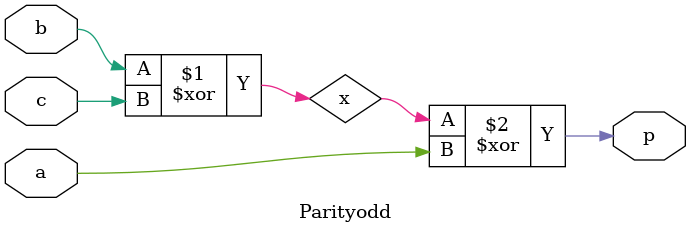
<source format=v>
module Parityodd(
  input a,b,c,
   output p
);
  
  wire x;
  
  xor (x,b,c);
  xor (p,x,a);
  
endmodule

</source>
